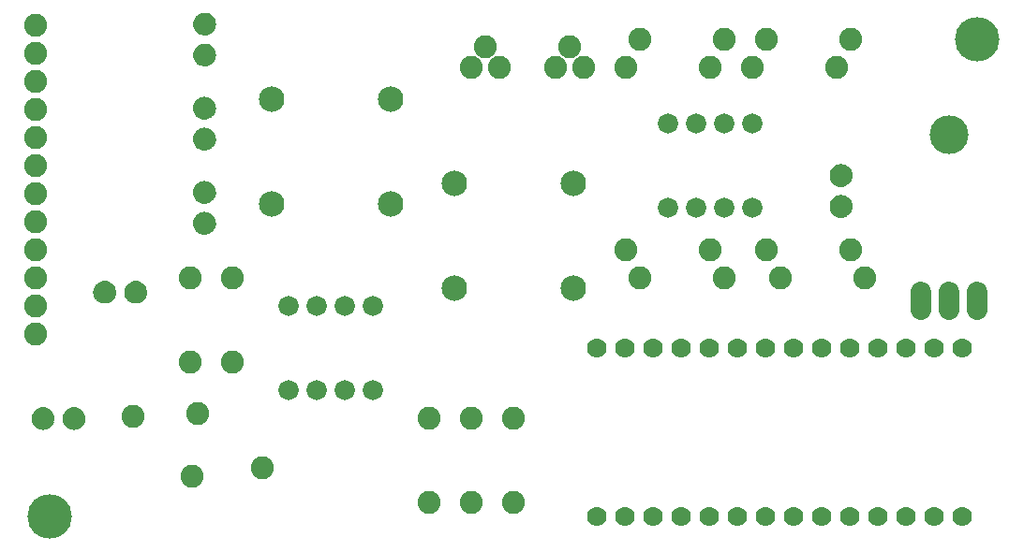
<source format=gbs>
G75*
%MOIN*%
%OFA0B0*%
%FSLAX25Y25*%
%IPPOS*%
%LPD*%
%AMOC8*
5,1,8,0,0,1.08239X$1,22.5*
%
%ADD10C,0.15800*%
%ADD11C,0.00500*%
%ADD12C,0.08200*%
%ADD13C,0.07000*%
%ADD14C,0.09068*%
%ADD15C,0.07200*%
%ADD16C,0.13800*%
%ADD17C,0.07200*%
D10*
X0016500Y0027170D03*
X0346500Y0197170D03*
D11*
X0300380Y0151591D02*
X0299834Y0151964D01*
X0299231Y0152236D01*
X0298590Y0152400D01*
X0297930Y0152449D01*
X0297207Y0152368D01*
X0296514Y0152148D01*
X0295877Y0151797D01*
X0295321Y0151328D01*
X0294867Y0150759D01*
X0294533Y0150113D01*
X0294331Y0149415D01*
X0294270Y0148690D01*
X0294333Y0147969D01*
X0294535Y0147275D01*
X0294869Y0146633D01*
X0295322Y0146069D01*
X0295876Y0145604D01*
X0296510Y0145256D01*
X0297200Y0145038D01*
X0297920Y0144960D01*
X0298580Y0145008D01*
X0299221Y0145170D01*
X0299825Y0145441D01*
X0300372Y0145812D01*
X0300847Y0146273D01*
X0301234Y0146810D01*
X0301522Y0147405D01*
X0301703Y0148042D01*
X0301770Y0148700D01*
X0301705Y0149358D01*
X0301526Y0149995D01*
X0301239Y0150591D01*
X0300853Y0151129D01*
X0300380Y0151591D01*
X0300142Y0151753D02*
X0295826Y0151753D01*
X0295263Y0151255D02*
X0300724Y0151255D01*
X0301121Y0150756D02*
X0294866Y0150756D01*
X0294608Y0150258D02*
X0301400Y0150258D01*
X0301592Y0149759D02*
X0294431Y0149759D01*
X0294318Y0149260D02*
X0301714Y0149260D01*
X0301764Y0148762D02*
X0294276Y0148762D01*
X0294307Y0148263D02*
X0301726Y0148263D01*
X0301624Y0147765D02*
X0294392Y0147765D01*
X0294539Y0147266D02*
X0301455Y0147266D01*
X0301204Y0146768D02*
X0294799Y0146768D01*
X0295161Y0146269D02*
X0300843Y0146269D01*
X0300311Y0145771D02*
X0295677Y0145771D01*
X0296480Y0145272D02*
X0299450Y0145272D01*
X0298590Y0141380D02*
X0299231Y0141216D01*
X0299834Y0140944D01*
X0300380Y0140571D01*
X0300853Y0140109D01*
X0301239Y0139571D01*
X0301526Y0138975D01*
X0301705Y0138338D01*
X0301770Y0137680D01*
X0301703Y0137022D01*
X0301522Y0136385D01*
X0301234Y0135789D01*
X0300847Y0135253D01*
X0300372Y0134792D01*
X0299825Y0134420D01*
X0299221Y0134150D01*
X0298580Y0133988D01*
X0297920Y0133940D01*
X0297200Y0134018D01*
X0296510Y0134236D01*
X0295876Y0134584D01*
X0295322Y0135049D01*
X0294869Y0135613D01*
X0294535Y0136255D01*
X0294333Y0136949D01*
X0294270Y0137670D01*
X0294331Y0138395D01*
X0294533Y0139093D01*
X0294867Y0139739D01*
X0295321Y0140308D01*
X0295877Y0140777D01*
X0296514Y0141128D01*
X0297207Y0141348D01*
X0297930Y0141429D01*
X0298590Y0141380D01*
X0298963Y0141284D02*
X0297006Y0141284D01*
X0295894Y0140786D02*
X0300065Y0140786D01*
X0300670Y0140287D02*
X0295305Y0140287D01*
X0294907Y0139789D02*
X0301083Y0139789D01*
X0301374Y0139290D02*
X0294635Y0139290D01*
X0294446Y0138792D02*
X0301577Y0138792D01*
X0301709Y0138293D02*
X0294323Y0138293D01*
X0294280Y0137795D02*
X0301759Y0137795D01*
X0301731Y0137296D02*
X0294302Y0137296D01*
X0294377Y0136798D02*
X0301639Y0136798D01*
X0301481Y0136299D02*
X0294522Y0136299D01*
X0294771Y0135801D02*
X0301239Y0135801D01*
X0300882Y0135302D02*
X0295118Y0135302D01*
X0295614Y0134804D02*
X0300384Y0134804D01*
X0299568Y0134305D02*
X0296384Y0134305D01*
X0296840Y0152252D02*
X0299170Y0152252D01*
X0075270Y0161680D02*
X0075203Y0161022D01*
X0075022Y0160385D01*
X0074734Y0159789D01*
X0074347Y0159253D01*
X0073872Y0158792D01*
X0073325Y0158420D01*
X0072721Y0158150D01*
X0072080Y0157988D01*
X0071420Y0157940D01*
X0070700Y0158018D01*
X0070010Y0158236D01*
X0069376Y0158584D01*
X0068822Y0159049D01*
X0068369Y0159613D01*
X0068035Y0160255D01*
X0067833Y0160949D01*
X0067770Y0161670D01*
X0067831Y0162395D01*
X0068033Y0163093D01*
X0068367Y0163739D01*
X0068821Y0164308D01*
X0069377Y0164777D01*
X0070014Y0165128D01*
X0070707Y0165348D01*
X0071430Y0165429D01*
X0072090Y0165380D01*
X0072731Y0165216D01*
X0073334Y0164944D01*
X0073880Y0164571D01*
X0074353Y0164109D01*
X0074739Y0163571D01*
X0075026Y0162975D01*
X0075205Y0162338D01*
X0075270Y0161680D01*
X0075266Y0161723D02*
X0067774Y0161723D01*
X0067809Y0161225D02*
X0075224Y0161225D01*
X0075119Y0160726D02*
X0067898Y0160726D01*
X0068049Y0160228D02*
X0074946Y0160228D01*
X0074691Y0159729D02*
X0068308Y0159729D01*
X0068676Y0159231D02*
X0074324Y0159231D01*
X0073784Y0158732D02*
X0069199Y0158732D01*
X0070017Y0158234D02*
X0072909Y0158234D01*
X0075216Y0162222D02*
X0067817Y0162222D01*
X0067925Y0162720D02*
X0075097Y0162720D01*
X0074909Y0163219D02*
X0068098Y0163219D01*
X0068356Y0163717D02*
X0074634Y0163717D01*
X0074243Y0164216D02*
X0068748Y0164216D01*
X0069303Y0164714D02*
X0073669Y0164714D01*
X0072738Y0165213D02*
X0070281Y0165213D01*
X0070700Y0169038D02*
X0070010Y0169256D01*
X0069376Y0169604D01*
X0068822Y0170069D01*
X0068369Y0170633D01*
X0068035Y0171275D01*
X0067833Y0171969D01*
X0067770Y0172690D01*
X0067831Y0173415D01*
X0068033Y0174113D01*
X0068367Y0174759D01*
X0068821Y0175328D01*
X0069377Y0175797D01*
X0070014Y0176148D01*
X0070707Y0176368D01*
X0071430Y0176449D01*
X0072090Y0176400D01*
X0072731Y0176236D01*
X0073334Y0175964D01*
X0073880Y0175591D01*
X0074353Y0175129D01*
X0074739Y0174591D01*
X0075026Y0173995D01*
X0075205Y0173358D01*
X0075270Y0172700D01*
X0075203Y0172042D01*
X0075022Y0171405D01*
X0074734Y0170810D01*
X0074347Y0170273D01*
X0073872Y0169812D01*
X0073325Y0169441D01*
X0072721Y0169170D01*
X0072080Y0169008D01*
X0071420Y0168960D01*
X0070700Y0169038D01*
X0070184Y0169201D02*
X0072791Y0169201D01*
X0073706Y0169699D02*
X0069262Y0169699D01*
X0068718Y0170198D02*
X0074269Y0170198D01*
X0074652Y0170696D02*
X0068336Y0170696D01*
X0068076Y0171195D02*
X0074921Y0171195D01*
X0075104Y0171693D02*
X0067913Y0171693D01*
X0067813Y0172192D02*
X0075218Y0172192D01*
X0075269Y0172691D02*
X0067770Y0172691D01*
X0067812Y0173189D02*
X0075221Y0173189D01*
X0075112Y0173688D02*
X0067910Y0173688D01*
X0068071Y0174186D02*
X0074934Y0174186D01*
X0074672Y0174685D02*
X0068329Y0174685D01*
X0068706Y0175183D02*
X0074297Y0175183D01*
X0073747Y0175682D02*
X0069241Y0175682D01*
X0070115Y0176180D02*
X0072855Y0176180D01*
X0071570Y0187890D02*
X0070910Y0187940D01*
X0070269Y0188104D01*
X0069666Y0188376D01*
X0069120Y0188749D01*
X0068647Y0189211D01*
X0068261Y0189748D01*
X0067974Y0190345D01*
X0067795Y0190982D01*
X0067730Y0191640D01*
X0067797Y0192298D01*
X0067978Y0192935D01*
X0068266Y0193530D01*
X0068653Y0194067D01*
X0069128Y0194528D01*
X0069675Y0194899D01*
X0070279Y0195170D01*
X0070920Y0195332D01*
X0071580Y0195380D01*
X0072300Y0195301D01*
X0072990Y0195084D01*
X0073624Y0194736D01*
X0074178Y0194271D01*
X0074631Y0193707D01*
X0074965Y0193065D01*
X0075167Y0192371D01*
X0075230Y0191650D01*
X0075169Y0190925D01*
X0074967Y0190226D01*
X0074633Y0189580D01*
X0074179Y0189012D01*
X0073623Y0188543D01*
X0072986Y0188192D01*
X0072293Y0187971D01*
X0071570Y0187890D01*
X0072837Y0188144D02*
X0070179Y0188144D01*
X0069276Y0188643D02*
X0073741Y0188643D01*
X0074282Y0189141D02*
X0068718Y0189141D01*
X0068339Y0189640D02*
X0074663Y0189640D01*
X0074921Y0190138D02*
X0068073Y0190138D01*
X0067892Y0190637D02*
X0075085Y0190637D01*
X0075187Y0191135D02*
X0067780Y0191135D01*
X0067731Y0191634D02*
X0075229Y0191634D01*
X0075188Y0192132D02*
X0067780Y0192132D01*
X0067892Y0192631D02*
X0075091Y0192631D01*
X0074931Y0193129D02*
X0068072Y0193129D01*
X0068337Y0193628D02*
X0074672Y0193628D01*
X0074294Y0194127D02*
X0068715Y0194127D01*
X0069271Y0194625D02*
X0073756Y0194625D01*
X0072864Y0195124D02*
X0070175Y0195124D01*
X0070910Y0198960D02*
X0070269Y0199124D01*
X0069666Y0199396D01*
X0069120Y0199769D01*
X0068647Y0200231D01*
X0068261Y0200769D01*
X0067974Y0201365D01*
X0067795Y0202002D01*
X0067730Y0202660D01*
X0067797Y0203318D01*
X0067978Y0203955D01*
X0068266Y0204550D01*
X0068653Y0205087D01*
X0069128Y0205548D01*
X0069675Y0205919D01*
X0070279Y0206190D01*
X0070920Y0206352D01*
X0071580Y0206400D01*
X0072300Y0206322D01*
X0072990Y0206104D01*
X0073624Y0205756D01*
X0074178Y0205291D01*
X0074631Y0204727D01*
X0074965Y0204085D01*
X0075167Y0203391D01*
X0075230Y0202670D01*
X0075169Y0201945D01*
X0074967Y0201246D01*
X0074633Y0200600D01*
X0074179Y0200032D01*
X0073623Y0199563D01*
X0072986Y0199212D01*
X0072293Y0198991D01*
X0071570Y0198910D01*
X0070910Y0198960D01*
X0070317Y0199112D02*
X0072671Y0199112D01*
X0073678Y0199610D02*
X0069353Y0199610D01*
X0068772Y0200109D02*
X0074240Y0200109D01*
X0074636Y0200607D02*
X0068377Y0200607D01*
X0068099Y0201106D02*
X0074894Y0201106D01*
X0075070Y0201604D02*
X0067907Y0201604D01*
X0067785Y0202103D02*
X0075182Y0202103D01*
X0075224Y0202601D02*
X0067736Y0202601D01*
X0067775Y0203100D02*
X0075193Y0203100D01*
X0075107Y0203598D02*
X0067877Y0203598D01*
X0068046Y0204097D02*
X0074959Y0204097D01*
X0074700Y0204595D02*
X0068298Y0204595D01*
X0068661Y0205094D02*
X0074337Y0205094D01*
X0073819Y0205592D02*
X0069194Y0205592D01*
X0070057Y0206091D02*
X0073014Y0206091D01*
X0071430Y0146449D02*
X0072090Y0146400D01*
X0072731Y0146236D01*
X0073334Y0145964D01*
X0073880Y0145591D01*
X0074353Y0145129D01*
X0074739Y0144591D01*
X0075026Y0143995D01*
X0075205Y0143358D01*
X0075270Y0142700D01*
X0075203Y0142042D01*
X0075022Y0141405D01*
X0074734Y0140810D01*
X0074347Y0140273D01*
X0073872Y0139812D01*
X0073325Y0139441D01*
X0072721Y0139170D01*
X0072080Y0139008D01*
X0071420Y0138960D01*
X0070700Y0139038D01*
X0070010Y0139256D01*
X0069376Y0139604D01*
X0068822Y0140069D01*
X0068369Y0140633D01*
X0068035Y0141275D01*
X0067833Y0141969D01*
X0067770Y0142690D01*
X0067831Y0143415D01*
X0068033Y0144113D01*
X0068367Y0144759D01*
X0068821Y0145328D01*
X0069377Y0145797D01*
X0070014Y0146148D01*
X0070707Y0146368D01*
X0071430Y0146449D01*
X0070396Y0146269D02*
X0072600Y0146269D01*
X0073616Y0145771D02*
X0069347Y0145771D01*
X0068777Y0145272D02*
X0074206Y0145272D01*
X0074608Y0144774D02*
X0068379Y0144774D01*
X0068117Y0144275D02*
X0074891Y0144275D01*
X0075087Y0143777D02*
X0067936Y0143777D01*
X0067820Y0143278D02*
X0075213Y0143278D01*
X0075262Y0142780D02*
X0067777Y0142780D01*
X0067805Y0142281D02*
X0075227Y0142281D01*
X0075129Y0141783D02*
X0067887Y0141783D01*
X0068032Y0141284D02*
X0074964Y0141284D01*
X0074717Y0140786D02*
X0068289Y0140786D01*
X0068646Y0140287D02*
X0074357Y0140287D01*
X0073838Y0139789D02*
X0069155Y0139789D01*
X0069947Y0139290D02*
X0072990Y0139290D01*
X0072090Y0135380D02*
X0072731Y0135216D01*
X0073334Y0134944D01*
X0073880Y0134571D01*
X0074353Y0134109D01*
X0074739Y0133571D01*
X0075026Y0132975D01*
X0075205Y0132338D01*
X0075270Y0131680D01*
X0075203Y0131022D01*
X0075022Y0130385D01*
X0074734Y0129789D01*
X0074347Y0129253D01*
X0073872Y0128792D01*
X0073325Y0128420D01*
X0072721Y0128150D01*
X0072080Y0127988D01*
X0071420Y0127940D01*
X0070700Y0128018D01*
X0070010Y0128236D01*
X0069376Y0128584D01*
X0068822Y0129049D01*
X0068369Y0129613D01*
X0068035Y0130255D01*
X0067833Y0130949D01*
X0067770Y0131670D01*
X0067831Y0132395D01*
X0068033Y0133093D01*
X0068367Y0133739D01*
X0068821Y0134308D01*
X0069377Y0134777D01*
X0070014Y0135128D01*
X0070707Y0135348D01*
X0071430Y0135429D01*
X0072090Y0135380D01*
X0072393Y0135302D02*
X0070562Y0135302D01*
X0069426Y0134804D02*
X0073539Y0134804D01*
X0074152Y0134305D02*
X0068819Y0134305D01*
X0068421Y0133807D02*
X0074570Y0133807D01*
X0074866Y0133308D02*
X0068144Y0133308D01*
X0067951Y0132810D02*
X0075072Y0132810D01*
X0075207Y0132311D02*
X0067824Y0132311D01*
X0067782Y0131813D02*
X0075257Y0131813D01*
X0075233Y0131314D02*
X0067801Y0131314D01*
X0067872Y0130816D02*
X0075144Y0130816D01*
X0074989Y0130317D02*
X0068017Y0130317D01*
X0068262Y0129819D02*
X0074748Y0129819D01*
X0074395Y0129320D02*
X0068604Y0129320D01*
X0069092Y0128822D02*
X0073902Y0128822D01*
X0073108Y0128323D02*
X0069851Y0128323D01*
X0049878Y0109542D02*
X0050249Y0108995D01*
X0050520Y0108391D01*
X0050682Y0107749D01*
X0050730Y0107090D01*
X0050652Y0106370D01*
X0050434Y0105680D01*
X0050086Y0105046D01*
X0049621Y0104492D01*
X0049057Y0104039D01*
X0048415Y0103705D01*
X0047721Y0103502D01*
X0047000Y0103440D01*
X0046275Y0103501D01*
X0045577Y0103703D01*
X0044931Y0104037D01*
X0044362Y0104491D01*
X0043893Y0105047D01*
X0043542Y0105684D01*
X0043322Y0106377D01*
X0043241Y0107100D01*
X0043290Y0107759D01*
X0043454Y0108401D01*
X0043726Y0109003D01*
X0044099Y0109550D01*
X0044561Y0110023D01*
X0045099Y0110409D01*
X0045695Y0110696D01*
X0046332Y0110874D01*
X0046990Y0110940D01*
X0047648Y0110873D01*
X0048285Y0110692D01*
X0048880Y0110404D01*
X0049417Y0110017D01*
X0049878Y0109542D01*
X0049988Y0109380D02*
X0043983Y0109380D01*
X0043671Y0108881D02*
X0050300Y0108881D01*
X0050522Y0108383D02*
X0043449Y0108383D01*
X0043322Y0107884D02*
X0050648Y0107884D01*
X0050709Y0107386D02*
X0043262Y0107386D01*
X0043264Y0106887D02*
X0050708Y0106887D01*
X0050654Y0106389D02*
X0043320Y0106389D01*
X0043476Y0105890D02*
X0050500Y0105890D01*
X0050276Y0105391D02*
X0043703Y0105391D01*
X0044023Y0104893D02*
X0049958Y0104893D01*
X0049500Y0104394D02*
X0044483Y0104394D01*
X0045204Y0103896D02*
X0048782Y0103896D01*
X0049551Y0109878D02*
X0044420Y0109878D01*
X0045054Y0110377D02*
X0048918Y0110377D01*
X0047625Y0110875D02*
X0046338Y0110875D01*
X0039500Y0108391D02*
X0039662Y0107749D01*
X0039710Y0107090D01*
X0039632Y0106370D01*
X0039414Y0105680D01*
X0039066Y0105046D01*
X0038601Y0104492D01*
X0038037Y0104039D01*
X0037395Y0103705D01*
X0036701Y0103502D01*
X0035980Y0103440D01*
X0035255Y0103501D01*
X0034556Y0103703D01*
X0033910Y0104037D01*
X0033342Y0104491D01*
X0032873Y0105047D01*
X0032522Y0105684D01*
X0032301Y0106377D01*
X0032220Y0107100D01*
X0032270Y0107759D01*
X0032434Y0108401D01*
X0032706Y0109003D01*
X0033079Y0109550D01*
X0033541Y0110023D01*
X0034079Y0110409D01*
X0034675Y0110696D01*
X0035312Y0110874D01*
X0035970Y0110940D01*
X0036628Y0110873D01*
X0037265Y0110692D01*
X0037860Y0110404D01*
X0038397Y0110017D01*
X0038858Y0109542D01*
X0039229Y0108995D01*
X0039500Y0108391D01*
X0039502Y0108383D02*
X0032429Y0108383D01*
X0032302Y0107884D02*
X0039628Y0107884D01*
X0039689Y0107386D02*
X0032242Y0107386D01*
X0032244Y0106887D02*
X0039688Y0106887D01*
X0039634Y0106389D02*
X0032300Y0106389D01*
X0032456Y0105890D02*
X0039480Y0105890D01*
X0039256Y0105391D02*
X0032683Y0105391D01*
X0033003Y0104893D02*
X0038938Y0104893D01*
X0038480Y0104394D02*
X0033463Y0104394D01*
X0034183Y0103896D02*
X0037762Y0103896D01*
X0039280Y0108881D02*
X0032651Y0108881D01*
X0032963Y0109380D02*
X0038968Y0109380D01*
X0038531Y0109878D02*
X0033400Y0109878D01*
X0034033Y0110377D02*
X0037898Y0110377D01*
X0036605Y0110875D02*
X0035318Y0110875D01*
X0025745Y0065839D02*
X0025020Y0065900D01*
X0024299Y0065837D01*
X0023605Y0065635D01*
X0022963Y0065301D01*
X0022399Y0064848D01*
X0021934Y0064294D01*
X0021586Y0063659D01*
X0021368Y0062969D01*
X0021290Y0062250D01*
X0021338Y0061590D01*
X0021500Y0060949D01*
X0021771Y0060345D01*
X0022142Y0059798D01*
X0022603Y0059323D01*
X0023140Y0058936D01*
X0023735Y0058648D01*
X0024372Y0058467D01*
X0025030Y0058400D01*
X0025688Y0058465D01*
X0026325Y0058644D01*
X0026921Y0058931D01*
X0027459Y0059317D01*
X0027921Y0059790D01*
X0028294Y0060336D01*
X0028566Y0060939D01*
X0028730Y0061580D01*
X0028780Y0062240D01*
X0028699Y0062963D01*
X0028478Y0063656D01*
X0028127Y0064293D01*
X0027658Y0064849D01*
X0027090Y0065303D01*
X0026444Y0065637D01*
X0025745Y0065839D01*
X0026687Y0065511D02*
X0023366Y0065511D01*
X0022603Y0065012D02*
X0027453Y0065012D01*
X0027940Y0064514D02*
X0022118Y0064514D01*
X0021781Y0064015D02*
X0028280Y0064015D01*
X0028522Y0063517D02*
X0021541Y0063517D01*
X0021384Y0063018D02*
X0028681Y0063018D01*
X0028748Y0062520D02*
X0021319Y0062520D01*
X0021306Y0062021D02*
X0028763Y0062021D01*
X0028715Y0061522D02*
X0021355Y0061522D01*
X0021481Y0061024D02*
X0028588Y0061024D01*
X0028379Y0060525D02*
X0021690Y0060525D01*
X0021987Y0060027D02*
X0028083Y0060027D01*
X0027666Y0059528D02*
X0022404Y0059528D01*
X0023009Y0059030D02*
X0027060Y0059030D01*
X0025924Y0058531D02*
X0024145Y0058531D01*
X0017546Y0060939D02*
X0017274Y0060336D01*
X0016901Y0059790D01*
X0016439Y0059317D01*
X0015901Y0058931D01*
X0015305Y0058644D01*
X0014668Y0058465D01*
X0014010Y0058400D01*
X0013352Y0058467D01*
X0012715Y0058648D01*
X0012120Y0058936D01*
X0011583Y0059323D01*
X0011122Y0059798D01*
X0010751Y0060345D01*
X0010480Y0060949D01*
X0010318Y0061590D01*
X0010270Y0062250D01*
X0010348Y0062969D01*
X0010566Y0063659D01*
X0010914Y0064294D01*
X0011379Y0064848D01*
X0011943Y0065301D01*
X0012585Y0065635D01*
X0013279Y0065837D01*
X0014000Y0065900D01*
X0014725Y0065839D01*
X0015423Y0065637D01*
X0016069Y0065303D01*
X0016638Y0064849D01*
X0017107Y0064293D01*
X0017458Y0063656D01*
X0017678Y0062963D01*
X0017759Y0062240D01*
X0017710Y0061580D01*
X0017546Y0060939D01*
X0017568Y0061024D02*
X0010461Y0061024D01*
X0010335Y0061522D02*
X0017695Y0061522D01*
X0017743Y0062021D02*
X0010286Y0062021D01*
X0010299Y0062520D02*
X0017728Y0062520D01*
X0017661Y0063018D02*
X0010364Y0063018D01*
X0010521Y0063517D02*
X0017502Y0063517D01*
X0017260Y0064015D02*
X0010761Y0064015D01*
X0011098Y0064514D02*
X0016920Y0064514D01*
X0016433Y0065012D02*
X0011583Y0065012D01*
X0012346Y0065511D02*
X0015667Y0065511D01*
X0017359Y0060525D02*
X0010670Y0060525D01*
X0010967Y0060027D02*
X0017063Y0060027D01*
X0016646Y0059528D02*
X0011384Y0059528D01*
X0011989Y0059030D02*
X0016039Y0059030D01*
X0014904Y0058531D02*
X0013125Y0058531D01*
D12*
X0045893Y0062776D03*
X0069060Y0063872D03*
X0066500Y0082170D03*
X0081500Y0082170D03*
X0081500Y0112170D03*
X0066500Y0112170D03*
X0011500Y0112170D03*
X0011500Y0122170D03*
X0011500Y0132170D03*
X0011500Y0142170D03*
X0011500Y0152170D03*
X0011500Y0162170D03*
X0011500Y0172170D03*
X0011500Y0182170D03*
X0011500Y0192170D03*
X0011500Y0202170D03*
X0166500Y0187170D03*
X0176500Y0187170D03*
X0171500Y0194670D03*
X0196500Y0187170D03*
X0206500Y0187170D03*
X0201500Y0194670D03*
X0221500Y0187170D03*
X0226500Y0197170D03*
X0251500Y0187170D03*
X0266500Y0187170D03*
X0271500Y0197170D03*
X0256500Y0197170D03*
X0296500Y0187170D03*
X0301500Y0197170D03*
X0301500Y0122170D03*
X0306500Y0112170D03*
X0276500Y0112170D03*
X0271500Y0122170D03*
X0256500Y0112170D03*
X0251500Y0122170D03*
X0226500Y0112170D03*
X0221500Y0122170D03*
X0181500Y0062170D03*
X0166500Y0062170D03*
X0151500Y0062170D03*
X0151500Y0032170D03*
X0166500Y0032170D03*
X0181500Y0032170D03*
X0091940Y0044468D03*
X0067107Y0041563D03*
X0011500Y0092170D03*
X0011500Y0102170D03*
D13*
X0211000Y0087170D03*
X0221000Y0087170D03*
X0231000Y0087170D03*
X0241000Y0087170D03*
X0251000Y0087170D03*
X0261000Y0087170D03*
X0271000Y0087170D03*
X0281000Y0087170D03*
X0291000Y0087170D03*
X0301000Y0087170D03*
X0311000Y0087170D03*
X0321000Y0087170D03*
X0331000Y0087170D03*
X0341000Y0087170D03*
X0341000Y0027170D03*
X0331000Y0027170D03*
X0321000Y0027170D03*
X0311000Y0027170D03*
X0301000Y0027170D03*
X0291000Y0027170D03*
X0281000Y0027170D03*
X0271000Y0027170D03*
X0261000Y0027170D03*
X0251000Y0027170D03*
X0241000Y0027170D03*
X0231000Y0027170D03*
X0221000Y0027170D03*
X0211000Y0027170D03*
D14*
X0202563Y0108469D03*
X0160437Y0108469D03*
X0137563Y0138469D03*
X0160437Y0145871D03*
X0202563Y0145871D03*
X0137563Y0175871D03*
X0095437Y0175871D03*
X0095437Y0138469D03*
D15*
X0326500Y0107370D02*
X0326500Y0100970D01*
X0336500Y0100970D02*
X0336500Y0107370D01*
X0346500Y0107370D02*
X0346500Y0100970D01*
D16*
X0336500Y0163170D03*
D17*
X0266500Y0167170D03*
X0256500Y0167170D03*
X0246500Y0167170D03*
X0236500Y0167170D03*
X0236500Y0137170D03*
X0246500Y0137170D03*
X0256500Y0137170D03*
X0266500Y0137170D03*
X0131500Y0102170D03*
X0121500Y0102170D03*
X0111500Y0102170D03*
X0101500Y0102170D03*
X0101500Y0072170D03*
X0111500Y0072170D03*
X0121500Y0072170D03*
X0131500Y0072170D03*
M02*

</source>
